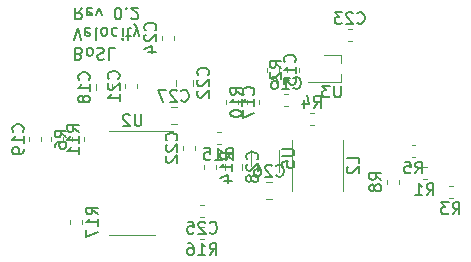
<source format=gbr>
G04 #@! TF.GenerationSoftware,KiCad,Pcbnew,(5.1.2)-2*
G04 #@! TF.CreationDate,2020-05-20T23:18:15+10:00*
G04 #@! TF.ProjectId,Heterodyne,48657465-726f-4647-996e-652e6b696361,rev?*
G04 #@! TF.SameCoordinates,Original*
G04 #@! TF.FileFunction,Legend,Bot*
G04 #@! TF.FilePolarity,Positive*
%FSLAX46Y46*%
G04 Gerber Fmt 4.6, Leading zero omitted, Abs format (unit mm)*
G04 Created by KiCad (PCBNEW (5.1.2)-2) date 2020-05-20 23:18:15*
%MOMM*%
%LPD*%
G04 APERTURE LIST*
%ADD10C,0.200000*%
%ADD11C,0.120000*%
%ADD12C,0.150000*%
G04 APERTURE END LIST*
D10*
X108201428Y-51671428D02*
X108344285Y-51623809D01*
X108391904Y-51576190D01*
X108439523Y-51480952D01*
X108439523Y-51338095D01*
X108391904Y-51242857D01*
X108344285Y-51195238D01*
X108249047Y-51147619D01*
X107868095Y-51147619D01*
X107868095Y-52147619D01*
X108201428Y-52147619D01*
X108296666Y-52100000D01*
X108344285Y-52052380D01*
X108391904Y-51957142D01*
X108391904Y-51861904D01*
X108344285Y-51766666D01*
X108296666Y-51719047D01*
X108201428Y-51671428D01*
X107868095Y-51671428D01*
X109010952Y-51147619D02*
X108915714Y-51195238D01*
X108868095Y-51242857D01*
X108820476Y-51338095D01*
X108820476Y-51623809D01*
X108868095Y-51719047D01*
X108915714Y-51766666D01*
X109010952Y-51814285D01*
X109153809Y-51814285D01*
X109249047Y-51766666D01*
X109296666Y-51719047D01*
X109344285Y-51623809D01*
X109344285Y-51338095D01*
X109296666Y-51242857D01*
X109249047Y-51195238D01*
X109153809Y-51147619D01*
X109010952Y-51147619D01*
X109725238Y-51195238D02*
X109868095Y-51147619D01*
X110106190Y-51147619D01*
X110201428Y-51195238D01*
X110249047Y-51242857D01*
X110296666Y-51338095D01*
X110296666Y-51433333D01*
X110249047Y-51528571D01*
X110201428Y-51576190D01*
X110106190Y-51623809D01*
X109915714Y-51671428D01*
X109820476Y-51719047D01*
X109772857Y-51766666D01*
X109725238Y-51861904D01*
X109725238Y-51957142D01*
X109772857Y-52052380D01*
X109820476Y-52100000D01*
X109915714Y-52147619D01*
X110153809Y-52147619D01*
X110296666Y-52100000D01*
X111201428Y-51147619D02*
X110725238Y-51147619D01*
X110725238Y-52147619D01*
X107725238Y-50447619D02*
X108058571Y-49447619D01*
X108391904Y-50447619D01*
X109106190Y-49495238D02*
X109010952Y-49447619D01*
X108820476Y-49447619D01*
X108725238Y-49495238D01*
X108677619Y-49590476D01*
X108677619Y-49971428D01*
X108725238Y-50066666D01*
X108820476Y-50114285D01*
X109010952Y-50114285D01*
X109106190Y-50066666D01*
X109153809Y-49971428D01*
X109153809Y-49876190D01*
X108677619Y-49780952D01*
X109725238Y-49447619D02*
X109630000Y-49495238D01*
X109582380Y-49590476D01*
X109582380Y-50447619D01*
X110249047Y-49447619D02*
X110153809Y-49495238D01*
X110106190Y-49542857D01*
X110058571Y-49638095D01*
X110058571Y-49923809D01*
X110106190Y-50019047D01*
X110153809Y-50066666D01*
X110249047Y-50114285D01*
X110391904Y-50114285D01*
X110487142Y-50066666D01*
X110534761Y-50019047D01*
X110582380Y-49923809D01*
X110582380Y-49638095D01*
X110534761Y-49542857D01*
X110487142Y-49495238D01*
X110391904Y-49447619D01*
X110249047Y-49447619D01*
X111439523Y-49495238D02*
X111344285Y-49447619D01*
X111153809Y-49447619D01*
X111058571Y-49495238D01*
X111010952Y-49542857D01*
X110963333Y-49638095D01*
X110963333Y-49923809D01*
X111010952Y-50019047D01*
X111058571Y-50066666D01*
X111153809Y-50114285D01*
X111344285Y-50114285D01*
X111439523Y-50066666D01*
X111868095Y-49447619D02*
X111868095Y-50114285D01*
X111868095Y-50447619D02*
X111820476Y-50400000D01*
X111868095Y-50352380D01*
X111915714Y-50400000D01*
X111868095Y-50447619D01*
X111868095Y-50352380D01*
X112201428Y-50114285D02*
X112582380Y-50114285D01*
X112344285Y-50447619D02*
X112344285Y-49590476D01*
X112391904Y-49495238D01*
X112487142Y-49447619D01*
X112582380Y-49447619D01*
X112820476Y-50114285D02*
X113058571Y-49447619D01*
X113296666Y-50114285D02*
X113058571Y-49447619D01*
X112963333Y-49209523D01*
X112915714Y-49161904D01*
X112820476Y-49114285D01*
X108439523Y-47747619D02*
X108106190Y-48223809D01*
X107868095Y-47747619D02*
X107868095Y-48747619D01*
X108249047Y-48747619D01*
X108344285Y-48700000D01*
X108391904Y-48652380D01*
X108439523Y-48557142D01*
X108439523Y-48414285D01*
X108391904Y-48319047D01*
X108344285Y-48271428D01*
X108249047Y-48223809D01*
X107868095Y-48223809D01*
X109249047Y-47795238D02*
X109153809Y-47747619D01*
X108963333Y-47747619D01*
X108868095Y-47795238D01*
X108820476Y-47890476D01*
X108820476Y-48271428D01*
X108868095Y-48366666D01*
X108963333Y-48414285D01*
X109153809Y-48414285D01*
X109249047Y-48366666D01*
X109296666Y-48271428D01*
X109296666Y-48176190D01*
X108820476Y-48080952D01*
X109630000Y-48414285D02*
X109868095Y-47747619D01*
X110106190Y-48414285D01*
X111439523Y-48747619D02*
X111534761Y-48747619D01*
X111630000Y-48700000D01*
X111677619Y-48652380D01*
X111725238Y-48557142D01*
X111772857Y-48366666D01*
X111772857Y-48128571D01*
X111725238Y-47938095D01*
X111677619Y-47842857D01*
X111630000Y-47795238D01*
X111534761Y-47747619D01*
X111439523Y-47747619D01*
X111344285Y-47795238D01*
X111296666Y-47842857D01*
X111249047Y-47938095D01*
X111201428Y-48128571D01*
X111201428Y-48366666D01*
X111249047Y-48557142D01*
X111296666Y-48652380D01*
X111344285Y-48700000D01*
X111439523Y-48747619D01*
X112201428Y-47842857D02*
X112249047Y-47795238D01*
X112201428Y-47747619D01*
X112153809Y-47795238D01*
X112201428Y-47842857D01*
X112201428Y-47747619D01*
X112630000Y-48652380D02*
X112677619Y-48700000D01*
X112772857Y-48747619D01*
X113010952Y-48747619D01*
X113106190Y-48700000D01*
X113153809Y-48652380D01*
X113201428Y-48557142D01*
X113201428Y-48461904D01*
X113153809Y-48319047D01*
X112582380Y-47747619D01*
X113201428Y-47747619D01*
D11*
X131262779Y-50610000D02*
X130937221Y-50610000D01*
X131262779Y-49590000D02*
X130937221Y-49590000D01*
X118437221Y-64490000D02*
X118762779Y-64490000D01*
X118437221Y-65510000D02*
X118762779Y-65510000D01*
X116210000Y-50137221D02*
X116210000Y-50462779D01*
X115190000Y-50137221D02*
X115190000Y-50462779D01*
X116458578Y-57610000D02*
X115941422Y-57610000D01*
X116458578Y-56190000D02*
X115941422Y-56190000D01*
X113110000Y-54228733D02*
X113110000Y-54571267D01*
X112090000Y-54228733D02*
X112090000Y-54571267D01*
X135260000Y-62328733D02*
X135260000Y-62671267D01*
X134240000Y-62328733D02*
X134240000Y-62671267D01*
X130554000Y-63254000D02*
X130554000Y-58946000D01*
X126246000Y-58946000D02*
X126246000Y-63254000D01*
X122790000Y-61200000D02*
X122790000Y-59800000D01*
X125110000Y-59800000D02*
X125110000Y-61700000D01*
X112700000Y-58165000D02*
X116150000Y-58165000D01*
X112700000Y-58165000D02*
X110750000Y-58165000D01*
X112700000Y-67035000D02*
X114650000Y-67035000D01*
X112700000Y-67035000D02*
X110750000Y-67035000D01*
X107390000Y-66071267D02*
X107390000Y-65728733D01*
X108410000Y-66071267D02*
X108410000Y-65728733D01*
X118428733Y-66290000D02*
X118771267Y-66290000D01*
X118428733Y-67310000D02*
X118771267Y-67310000D01*
X119828733Y-58240000D02*
X120171267Y-58240000D01*
X119828733Y-59260000D02*
X120171267Y-59260000D01*
X118740000Y-61421267D02*
X118740000Y-61078733D01*
X119760000Y-61421267D02*
X119760000Y-61078733D01*
X128071267Y-57710000D02*
X127728733Y-57710000D01*
X128071267Y-56690000D02*
X127728733Y-56690000D01*
X139478733Y-62840000D02*
X139821267Y-62840000D01*
X139478733Y-63860000D02*
X139821267Y-63860000D01*
X137278733Y-61240000D02*
X137621267Y-61240000D01*
X137278733Y-62260000D02*
X137621267Y-62260000D01*
X120540000Y-61508578D02*
X120540000Y-60991422D01*
X121960000Y-61508578D02*
X121960000Y-60991422D01*
X118010000Y-59453733D02*
X118010000Y-59796267D01*
X116990000Y-59453733D02*
X116990000Y-59796267D01*
X128925000Y-51740000D02*
X130335000Y-51740000D01*
X130335000Y-54060000D02*
X127600000Y-54060000D01*
X130335000Y-54070000D02*
X130335000Y-53400000D01*
X130335000Y-52400000D02*
X130335000Y-51740000D01*
X105790000Y-59071267D02*
X105790000Y-58728733D01*
X106810000Y-59071267D02*
X106810000Y-58728733D01*
X123460000Y-55578733D02*
X123460000Y-55921267D01*
X122440000Y-55578733D02*
X122440000Y-55921267D01*
X108610000Y-58728733D02*
X108610000Y-59071267D01*
X107590000Y-58728733D02*
X107590000Y-59071267D01*
X136337221Y-59390000D02*
X136662779Y-59390000D01*
X136337221Y-60410000D02*
X136662779Y-60410000D01*
X126810000Y-52828733D02*
X126810000Y-53171267D01*
X125790000Y-52828733D02*
X125790000Y-53171267D01*
X116390000Y-54358578D02*
X116390000Y-53841422D01*
X117810000Y-54358578D02*
X117810000Y-53841422D01*
X124508578Y-63960000D02*
X123991422Y-63960000D01*
X124508578Y-62540000D02*
X123991422Y-62540000D01*
X105010000Y-58728733D02*
X105010000Y-59071267D01*
X103990000Y-58728733D02*
X103990000Y-59071267D01*
X124140000Y-53171267D02*
X124140000Y-52828733D01*
X125160000Y-53171267D02*
X125160000Y-52828733D01*
X111010000Y-54241422D02*
X111010000Y-54758578D01*
X109590000Y-54241422D02*
X109590000Y-54758578D01*
X125871267Y-56110000D02*
X125528733Y-56110000D01*
X125871267Y-55090000D02*
X125528733Y-55090000D01*
X120640000Y-55921267D02*
X120640000Y-55578733D01*
X121660000Y-55921267D02*
X121660000Y-55578733D01*
D12*
X131742857Y-49027142D02*
X131790476Y-49074761D01*
X131933333Y-49122380D01*
X132028571Y-49122380D01*
X132171428Y-49074761D01*
X132266666Y-48979523D01*
X132314285Y-48884285D01*
X132361904Y-48693809D01*
X132361904Y-48550952D01*
X132314285Y-48360476D01*
X132266666Y-48265238D01*
X132171428Y-48170000D01*
X132028571Y-48122380D01*
X131933333Y-48122380D01*
X131790476Y-48170000D01*
X131742857Y-48217619D01*
X131361904Y-48217619D02*
X131314285Y-48170000D01*
X131219047Y-48122380D01*
X130980952Y-48122380D01*
X130885714Y-48170000D01*
X130838095Y-48217619D01*
X130790476Y-48312857D01*
X130790476Y-48408095D01*
X130838095Y-48550952D01*
X131409523Y-49122380D01*
X130790476Y-49122380D01*
X130457142Y-48122380D02*
X129838095Y-48122380D01*
X130171428Y-48503333D01*
X130028571Y-48503333D01*
X129933333Y-48550952D01*
X129885714Y-48598571D01*
X129838095Y-48693809D01*
X129838095Y-48931904D01*
X129885714Y-49027142D01*
X129933333Y-49074761D01*
X130028571Y-49122380D01*
X130314285Y-49122380D01*
X130409523Y-49074761D01*
X130457142Y-49027142D01*
X119242857Y-66787142D02*
X119290476Y-66834761D01*
X119433333Y-66882380D01*
X119528571Y-66882380D01*
X119671428Y-66834761D01*
X119766666Y-66739523D01*
X119814285Y-66644285D01*
X119861904Y-66453809D01*
X119861904Y-66310952D01*
X119814285Y-66120476D01*
X119766666Y-66025238D01*
X119671428Y-65930000D01*
X119528571Y-65882380D01*
X119433333Y-65882380D01*
X119290476Y-65930000D01*
X119242857Y-65977619D01*
X118861904Y-65977619D02*
X118814285Y-65930000D01*
X118719047Y-65882380D01*
X118480952Y-65882380D01*
X118385714Y-65930000D01*
X118338095Y-65977619D01*
X118290476Y-66072857D01*
X118290476Y-66168095D01*
X118338095Y-66310952D01*
X118909523Y-66882380D01*
X118290476Y-66882380D01*
X117385714Y-65882380D02*
X117861904Y-65882380D01*
X117909523Y-66358571D01*
X117861904Y-66310952D01*
X117766666Y-66263333D01*
X117528571Y-66263333D01*
X117433333Y-66310952D01*
X117385714Y-66358571D01*
X117338095Y-66453809D01*
X117338095Y-66691904D01*
X117385714Y-66787142D01*
X117433333Y-66834761D01*
X117528571Y-66882380D01*
X117766666Y-66882380D01*
X117861904Y-66834761D01*
X117909523Y-66787142D01*
X114627142Y-49657142D02*
X114674761Y-49609523D01*
X114722380Y-49466666D01*
X114722380Y-49371428D01*
X114674761Y-49228571D01*
X114579523Y-49133333D01*
X114484285Y-49085714D01*
X114293809Y-49038095D01*
X114150952Y-49038095D01*
X113960476Y-49085714D01*
X113865238Y-49133333D01*
X113770000Y-49228571D01*
X113722380Y-49371428D01*
X113722380Y-49466666D01*
X113770000Y-49609523D01*
X113817619Y-49657142D01*
X113817619Y-50038095D02*
X113770000Y-50085714D01*
X113722380Y-50180952D01*
X113722380Y-50419047D01*
X113770000Y-50514285D01*
X113817619Y-50561904D01*
X113912857Y-50609523D01*
X114008095Y-50609523D01*
X114150952Y-50561904D01*
X114722380Y-49990476D01*
X114722380Y-50609523D01*
X114055714Y-51466666D02*
X114722380Y-51466666D01*
X113674761Y-51228571D02*
X114389047Y-50990476D01*
X114389047Y-51609523D01*
X116842857Y-55607142D02*
X116890476Y-55654761D01*
X117033333Y-55702380D01*
X117128571Y-55702380D01*
X117271428Y-55654761D01*
X117366666Y-55559523D01*
X117414285Y-55464285D01*
X117461904Y-55273809D01*
X117461904Y-55130952D01*
X117414285Y-54940476D01*
X117366666Y-54845238D01*
X117271428Y-54750000D01*
X117128571Y-54702380D01*
X117033333Y-54702380D01*
X116890476Y-54750000D01*
X116842857Y-54797619D01*
X116461904Y-54797619D02*
X116414285Y-54750000D01*
X116319047Y-54702380D01*
X116080952Y-54702380D01*
X115985714Y-54750000D01*
X115938095Y-54797619D01*
X115890476Y-54892857D01*
X115890476Y-54988095D01*
X115938095Y-55130952D01*
X116509523Y-55702380D01*
X115890476Y-55702380D01*
X115557142Y-54702380D02*
X114890476Y-54702380D01*
X115319047Y-55702380D01*
X111527142Y-53757142D02*
X111574761Y-53709523D01*
X111622380Y-53566666D01*
X111622380Y-53471428D01*
X111574761Y-53328571D01*
X111479523Y-53233333D01*
X111384285Y-53185714D01*
X111193809Y-53138095D01*
X111050952Y-53138095D01*
X110860476Y-53185714D01*
X110765238Y-53233333D01*
X110670000Y-53328571D01*
X110622380Y-53471428D01*
X110622380Y-53566666D01*
X110670000Y-53709523D01*
X110717619Y-53757142D01*
X110717619Y-54138095D02*
X110670000Y-54185714D01*
X110622380Y-54280952D01*
X110622380Y-54519047D01*
X110670000Y-54614285D01*
X110717619Y-54661904D01*
X110812857Y-54709523D01*
X110908095Y-54709523D01*
X111050952Y-54661904D01*
X111622380Y-54090476D01*
X111622380Y-54709523D01*
X111622380Y-55661904D02*
X111622380Y-55090476D01*
X111622380Y-55376190D02*
X110622380Y-55376190D01*
X110765238Y-55280952D01*
X110860476Y-55185714D01*
X110908095Y-55090476D01*
X133772380Y-62333333D02*
X133296190Y-62000000D01*
X133772380Y-61761904D02*
X132772380Y-61761904D01*
X132772380Y-62142857D01*
X132820000Y-62238095D01*
X132867619Y-62285714D01*
X132962857Y-62333333D01*
X133105714Y-62333333D01*
X133200952Y-62285714D01*
X133248571Y-62238095D01*
X133296190Y-62142857D01*
X133296190Y-61761904D01*
X133200952Y-62904761D02*
X133153333Y-62809523D01*
X133105714Y-62761904D01*
X133010476Y-62714285D01*
X132962857Y-62714285D01*
X132867619Y-62761904D01*
X132820000Y-62809523D01*
X132772380Y-62904761D01*
X132772380Y-63095238D01*
X132820000Y-63190476D01*
X132867619Y-63238095D01*
X132962857Y-63285714D01*
X133010476Y-63285714D01*
X133105714Y-63238095D01*
X133153333Y-63190476D01*
X133200952Y-63095238D01*
X133200952Y-62904761D01*
X133248571Y-62809523D01*
X133296190Y-62761904D01*
X133391428Y-62714285D01*
X133581904Y-62714285D01*
X133677142Y-62761904D01*
X133724761Y-62809523D01*
X133772380Y-62904761D01*
X133772380Y-63095238D01*
X133724761Y-63190476D01*
X133677142Y-63238095D01*
X133581904Y-63285714D01*
X133391428Y-63285714D01*
X133296190Y-63238095D01*
X133248571Y-63190476D01*
X133200952Y-63095238D01*
X131852380Y-60933333D02*
X131852380Y-60457142D01*
X130852380Y-60457142D01*
X130947619Y-61219047D02*
X130900000Y-61266666D01*
X130852380Y-61361904D01*
X130852380Y-61600000D01*
X130900000Y-61695238D01*
X130947619Y-61742857D01*
X131042857Y-61790476D01*
X131138095Y-61790476D01*
X131280952Y-61742857D01*
X131852380Y-61171428D01*
X131852380Y-61790476D01*
X125402380Y-59738095D02*
X126211904Y-59738095D01*
X126307142Y-59785714D01*
X126354761Y-59833333D01*
X126402380Y-59928571D01*
X126402380Y-60119047D01*
X126354761Y-60214285D01*
X126307142Y-60261904D01*
X126211904Y-60309523D01*
X125402380Y-60309523D01*
X125402380Y-61261904D02*
X125402380Y-60785714D01*
X125878571Y-60738095D01*
X125830952Y-60785714D01*
X125783333Y-60880952D01*
X125783333Y-61119047D01*
X125830952Y-61214285D01*
X125878571Y-61261904D01*
X125973809Y-61309523D01*
X126211904Y-61309523D01*
X126307142Y-61261904D01*
X126354761Y-61214285D01*
X126402380Y-61119047D01*
X126402380Y-60880952D01*
X126354761Y-60785714D01*
X126307142Y-60738095D01*
X113461904Y-56772380D02*
X113461904Y-57581904D01*
X113414285Y-57677142D01*
X113366666Y-57724761D01*
X113271428Y-57772380D01*
X113080952Y-57772380D01*
X112985714Y-57724761D01*
X112938095Y-57677142D01*
X112890476Y-57581904D01*
X112890476Y-56772380D01*
X112461904Y-56867619D02*
X112414285Y-56820000D01*
X112319047Y-56772380D01*
X112080952Y-56772380D01*
X111985714Y-56820000D01*
X111938095Y-56867619D01*
X111890476Y-56962857D01*
X111890476Y-57058095D01*
X111938095Y-57200952D01*
X112509523Y-57772380D01*
X111890476Y-57772380D01*
X109782380Y-65257142D02*
X109306190Y-64923809D01*
X109782380Y-64685714D02*
X108782380Y-64685714D01*
X108782380Y-65066666D01*
X108830000Y-65161904D01*
X108877619Y-65209523D01*
X108972857Y-65257142D01*
X109115714Y-65257142D01*
X109210952Y-65209523D01*
X109258571Y-65161904D01*
X109306190Y-65066666D01*
X109306190Y-64685714D01*
X109782380Y-66209523D02*
X109782380Y-65638095D01*
X109782380Y-65923809D02*
X108782380Y-65923809D01*
X108925238Y-65828571D01*
X109020476Y-65733333D01*
X109068095Y-65638095D01*
X108782380Y-66542857D02*
X108782380Y-67209523D01*
X109782380Y-66780952D01*
X119242857Y-68682380D02*
X119576190Y-68206190D01*
X119814285Y-68682380D02*
X119814285Y-67682380D01*
X119433333Y-67682380D01*
X119338095Y-67730000D01*
X119290476Y-67777619D01*
X119242857Y-67872857D01*
X119242857Y-68015714D01*
X119290476Y-68110952D01*
X119338095Y-68158571D01*
X119433333Y-68206190D01*
X119814285Y-68206190D01*
X118290476Y-68682380D02*
X118861904Y-68682380D01*
X118576190Y-68682380D02*
X118576190Y-67682380D01*
X118671428Y-67825238D01*
X118766666Y-67920476D01*
X118861904Y-67968095D01*
X117433333Y-67682380D02*
X117623809Y-67682380D01*
X117719047Y-67730000D01*
X117766666Y-67777619D01*
X117861904Y-67920476D01*
X117909523Y-68110952D01*
X117909523Y-68491904D01*
X117861904Y-68587142D01*
X117814285Y-68634761D01*
X117719047Y-68682380D01*
X117528571Y-68682380D01*
X117433333Y-68634761D01*
X117385714Y-68587142D01*
X117338095Y-68491904D01*
X117338095Y-68253809D01*
X117385714Y-68158571D01*
X117433333Y-68110952D01*
X117528571Y-68063333D01*
X117719047Y-68063333D01*
X117814285Y-68110952D01*
X117861904Y-68158571D01*
X117909523Y-68253809D01*
X120642857Y-60632380D02*
X120976190Y-60156190D01*
X121214285Y-60632380D02*
X121214285Y-59632380D01*
X120833333Y-59632380D01*
X120738095Y-59680000D01*
X120690476Y-59727619D01*
X120642857Y-59822857D01*
X120642857Y-59965714D01*
X120690476Y-60060952D01*
X120738095Y-60108571D01*
X120833333Y-60156190D01*
X121214285Y-60156190D01*
X119690476Y-60632380D02*
X120261904Y-60632380D01*
X119976190Y-60632380D02*
X119976190Y-59632380D01*
X120071428Y-59775238D01*
X120166666Y-59870476D01*
X120261904Y-59918095D01*
X118785714Y-59632380D02*
X119261904Y-59632380D01*
X119309523Y-60108571D01*
X119261904Y-60060952D01*
X119166666Y-60013333D01*
X118928571Y-60013333D01*
X118833333Y-60060952D01*
X118785714Y-60108571D01*
X118738095Y-60203809D01*
X118738095Y-60441904D01*
X118785714Y-60537142D01*
X118833333Y-60584761D01*
X118928571Y-60632380D01*
X119166666Y-60632380D01*
X119261904Y-60584761D01*
X119309523Y-60537142D01*
X121132380Y-60607142D02*
X120656190Y-60273809D01*
X121132380Y-60035714D02*
X120132380Y-60035714D01*
X120132380Y-60416666D01*
X120180000Y-60511904D01*
X120227619Y-60559523D01*
X120322857Y-60607142D01*
X120465714Y-60607142D01*
X120560952Y-60559523D01*
X120608571Y-60511904D01*
X120656190Y-60416666D01*
X120656190Y-60035714D01*
X121132380Y-61559523D02*
X121132380Y-60988095D01*
X121132380Y-61273809D02*
X120132380Y-61273809D01*
X120275238Y-61178571D01*
X120370476Y-61083333D01*
X120418095Y-60988095D01*
X120465714Y-62416666D02*
X121132380Y-62416666D01*
X120084761Y-62178571D02*
X120799047Y-61940476D01*
X120799047Y-62559523D01*
X128066666Y-56222380D02*
X128400000Y-55746190D01*
X128638095Y-56222380D02*
X128638095Y-55222380D01*
X128257142Y-55222380D01*
X128161904Y-55270000D01*
X128114285Y-55317619D01*
X128066666Y-55412857D01*
X128066666Y-55555714D01*
X128114285Y-55650952D01*
X128161904Y-55698571D01*
X128257142Y-55746190D01*
X128638095Y-55746190D01*
X127209523Y-55555714D02*
X127209523Y-56222380D01*
X127447619Y-55174761D02*
X127685714Y-55889047D01*
X127066666Y-55889047D01*
X139816666Y-65232380D02*
X140150000Y-64756190D01*
X140388095Y-65232380D02*
X140388095Y-64232380D01*
X140007142Y-64232380D01*
X139911904Y-64280000D01*
X139864285Y-64327619D01*
X139816666Y-64422857D01*
X139816666Y-64565714D01*
X139864285Y-64660952D01*
X139911904Y-64708571D01*
X140007142Y-64756190D01*
X140388095Y-64756190D01*
X139483333Y-64232380D02*
X138864285Y-64232380D01*
X139197619Y-64613333D01*
X139054761Y-64613333D01*
X138959523Y-64660952D01*
X138911904Y-64708571D01*
X138864285Y-64803809D01*
X138864285Y-65041904D01*
X138911904Y-65137142D01*
X138959523Y-65184761D01*
X139054761Y-65232380D01*
X139340476Y-65232380D01*
X139435714Y-65184761D01*
X139483333Y-65137142D01*
X137616666Y-63632380D02*
X137950000Y-63156190D01*
X138188095Y-63632380D02*
X138188095Y-62632380D01*
X137807142Y-62632380D01*
X137711904Y-62680000D01*
X137664285Y-62727619D01*
X137616666Y-62822857D01*
X137616666Y-62965714D01*
X137664285Y-63060952D01*
X137711904Y-63108571D01*
X137807142Y-63156190D01*
X138188095Y-63156190D01*
X136664285Y-63632380D02*
X137235714Y-63632380D01*
X136950000Y-63632380D02*
X136950000Y-62632380D01*
X137045238Y-62775238D01*
X137140476Y-62870476D01*
X137235714Y-62918095D01*
X123257142Y-60607142D02*
X123304761Y-60559523D01*
X123352380Y-60416666D01*
X123352380Y-60321428D01*
X123304761Y-60178571D01*
X123209523Y-60083333D01*
X123114285Y-60035714D01*
X122923809Y-59988095D01*
X122780952Y-59988095D01*
X122590476Y-60035714D01*
X122495238Y-60083333D01*
X122400000Y-60178571D01*
X122352380Y-60321428D01*
X122352380Y-60416666D01*
X122400000Y-60559523D01*
X122447619Y-60607142D01*
X122447619Y-60988095D02*
X122400000Y-61035714D01*
X122352380Y-61130952D01*
X122352380Y-61369047D01*
X122400000Y-61464285D01*
X122447619Y-61511904D01*
X122542857Y-61559523D01*
X122638095Y-61559523D01*
X122780952Y-61511904D01*
X123352380Y-60940476D01*
X123352380Y-61559523D01*
X122780952Y-62130952D02*
X122733333Y-62035714D01*
X122685714Y-61988095D01*
X122590476Y-61940476D01*
X122542857Y-61940476D01*
X122447619Y-61988095D01*
X122400000Y-62035714D01*
X122352380Y-62130952D01*
X122352380Y-62321428D01*
X122400000Y-62416666D01*
X122447619Y-62464285D01*
X122542857Y-62511904D01*
X122590476Y-62511904D01*
X122685714Y-62464285D01*
X122733333Y-62416666D01*
X122780952Y-62321428D01*
X122780952Y-62130952D01*
X122828571Y-62035714D01*
X122876190Y-61988095D01*
X122971428Y-61940476D01*
X123161904Y-61940476D01*
X123257142Y-61988095D01*
X123304761Y-62035714D01*
X123352380Y-62130952D01*
X123352380Y-62321428D01*
X123304761Y-62416666D01*
X123257142Y-62464285D01*
X123161904Y-62511904D01*
X122971428Y-62511904D01*
X122876190Y-62464285D01*
X122828571Y-62416666D01*
X122780952Y-62321428D01*
X116427142Y-58982142D02*
X116474761Y-58934523D01*
X116522380Y-58791666D01*
X116522380Y-58696428D01*
X116474761Y-58553571D01*
X116379523Y-58458333D01*
X116284285Y-58410714D01*
X116093809Y-58363095D01*
X115950952Y-58363095D01*
X115760476Y-58410714D01*
X115665238Y-58458333D01*
X115570000Y-58553571D01*
X115522380Y-58696428D01*
X115522380Y-58791666D01*
X115570000Y-58934523D01*
X115617619Y-58982142D01*
X115617619Y-59363095D02*
X115570000Y-59410714D01*
X115522380Y-59505952D01*
X115522380Y-59744047D01*
X115570000Y-59839285D01*
X115617619Y-59886904D01*
X115712857Y-59934523D01*
X115808095Y-59934523D01*
X115950952Y-59886904D01*
X116522380Y-59315476D01*
X116522380Y-59934523D01*
X115617619Y-60315476D02*
X115570000Y-60363095D01*
X115522380Y-60458333D01*
X115522380Y-60696428D01*
X115570000Y-60791666D01*
X115617619Y-60839285D01*
X115712857Y-60886904D01*
X115808095Y-60886904D01*
X115950952Y-60839285D01*
X116522380Y-60267857D01*
X116522380Y-60886904D01*
X130361904Y-54352380D02*
X130361904Y-55161904D01*
X130314285Y-55257142D01*
X130266666Y-55304761D01*
X130171428Y-55352380D01*
X129980952Y-55352380D01*
X129885714Y-55304761D01*
X129838095Y-55257142D01*
X129790476Y-55161904D01*
X129790476Y-54352380D01*
X129409523Y-54352380D02*
X128790476Y-54352380D01*
X129123809Y-54733333D01*
X128980952Y-54733333D01*
X128885714Y-54780952D01*
X128838095Y-54828571D01*
X128790476Y-54923809D01*
X128790476Y-55161904D01*
X128838095Y-55257142D01*
X128885714Y-55304761D01*
X128980952Y-55352380D01*
X129266666Y-55352380D01*
X129361904Y-55304761D01*
X129409523Y-55257142D01*
X108182380Y-58257142D02*
X107706190Y-57923809D01*
X108182380Y-57685714D02*
X107182380Y-57685714D01*
X107182380Y-58066666D01*
X107230000Y-58161904D01*
X107277619Y-58209523D01*
X107372857Y-58257142D01*
X107515714Y-58257142D01*
X107610952Y-58209523D01*
X107658571Y-58161904D01*
X107706190Y-58066666D01*
X107706190Y-57685714D01*
X108182380Y-59209523D02*
X108182380Y-58638095D01*
X108182380Y-58923809D02*
X107182380Y-58923809D01*
X107325238Y-58828571D01*
X107420476Y-58733333D01*
X107468095Y-58638095D01*
X108182380Y-60161904D02*
X108182380Y-59590476D01*
X108182380Y-59876190D02*
X107182380Y-59876190D01*
X107325238Y-59780952D01*
X107420476Y-59685714D01*
X107468095Y-59590476D01*
X121972380Y-55107142D02*
X121496190Y-54773809D01*
X121972380Y-54535714D02*
X120972380Y-54535714D01*
X120972380Y-54916666D01*
X121020000Y-55011904D01*
X121067619Y-55059523D01*
X121162857Y-55107142D01*
X121305714Y-55107142D01*
X121400952Y-55059523D01*
X121448571Y-55011904D01*
X121496190Y-54916666D01*
X121496190Y-54535714D01*
X121972380Y-56059523D02*
X121972380Y-55488095D01*
X121972380Y-55773809D02*
X120972380Y-55773809D01*
X121115238Y-55678571D01*
X121210476Y-55583333D01*
X121258095Y-55488095D01*
X120972380Y-56678571D02*
X120972380Y-56773809D01*
X121020000Y-56869047D01*
X121067619Y-56916666D01*
X121162857Y-56964285D01*
X121353333Y-57011904D01*
X121591428Y-57011904D01*
X121781904Y-56964285D01*
X121877142Y-56916666D01*
X121924761Y-56869047D01*
X121972380Y-56773809D01*
X121972380Y-56678571D01*
X121924761Y-56583333D01*
X121877142Y-56535714D01*
X121781904Y-56488095D01*
X121591428Y-56440476D01*
X121353333Y-56440476D01*
X121162857Y-56488095D01*
X121067619Y-56535714D01*
X121020000Y-56583333D01*
X120972380Y-56678571D01*
X107122380Y-58733333D02*
X106646190Y-58400000D01*
X107122380Y-58161904D02*
X106122380Y-58161904D01*
X106122380Y-58542857D01*
X106170000Y-58638095D01*
X106217619Y-58685714D01*
X106312857Y-58733333D01*
X106455714Y-58733333D01*
X106550952Y-58685714D01*
X106598571Y-58638095D01*
X106646190Y-58542857D01*
X106646190Y-58161904D01*
X106122380Y-59590476D02*
X106122380Y-59400000D01*
X106170000Y-59304761D01*
X106217619Y-59257142D01*
X106360476Y-59161904D01*
X106550952Y-59114285D01*
X106931904Y-59114285D01*
X107027142Y-59161904D01*
X107074761Y-59209523D01*
X107122380Y-59304761D01*
X107122380Y-59495238D01*
X107074761Y-59590476D01*
X107027142Y-59638095D01*
X106931904Y-59685714D01*
X106693809Y-59685714D01*
X106598571Y-59638095D01*
X106550952Y-59590476D01*
X106503333Y-59495238D01*
X106503333Y-59304761D01*
X106550952Y-59209523D01*
X106598571Y-59161904D01*
X106693809Y-59114285D01*
X136666666Y-61782380D02*
X137000000Y-61306190D01*
X137238095Y-61782380D02*
X137238095Y-60782380D01*
X136857142Y-60782380D01*
X136761904Y-60830000D01*
X136714285Y-60877619D01*
X136666666Y-60972857D01*
X136666666Y-61115714D01*
X136714285Y-61210952D01*
X136761904Y-61258571D01*
X136857142Y-61306190D01*
X137238095Y-61306190D01*
X135761904Y-60782380D02*
X136238095Y-60782380D01*
X136285714Y-61258571D01*
X136238095Y-61210952D01*
X136142857Y-61163333D01*
X135904761Y-61163333D01*
X135809523Y-61210952D01*
X135761904Y-61258571D01*
X135714285Y-61353809D01*
X135714285Y-61591904D01*
X135761904Y-61687142D01*
X135809523Y-61734761D01*
X135904761Y-61782380D01*
X136142857Y-61782380D01*
X136238095Y-61734761D01*
X136285714Y-61687142D01*
X125322380Y-52833333D02*
X124846190Y-52500000D01*
X125322380Y-52261904D02*
X124322380Y-52261904D01*
X124322380Y-52642857D01*
X124370000Y-52738095D01*
X124417619Y-52785714D01*
X124512857Y-52833333D01*
X124655714Y-52833333D01*
X124750952Y-52785714D01*
X124798571Y-52738095D01*
X124846190Y-52642857D01*
X124846190Y-52261904D01*
X124417619Y-53214285D02*
X124370000Y-53261904D01*
X124322380Y-53357142D01*
X124322380Y-53595238D01*
X124370000Y-53690476D01*
X124417619Y-53738095D01*
X124512857Y-53785714D01*
X124608095Y-53785714D01*
X124750952Y-53738095D01*
X125322380Y-53166666D01*
X125322380Y-53785714D01*
X119107142Y-53457142D02*
X119154761Y-53409523D01*
X119202380Y-53266666D01*
X119202380Y-53171428D01*
X119154761Y-53028571D01*
X119059523Y-52933333D01*
X118964285Y-52885714D01*
X118773809Y-52838095D01*
X118630952Y-52838095D01*
X118440476Y-52885714D01*
X118345238Y-52933333D01*
X118250000Y-53028571D01*
X118202380Y-53171428D01*
X118202380Y-53266666D01*
X118250000Y-53409523D01*
X118297619Y-53457142D01*
X118297619Y-53838095D02*
X118250000Y-53885714D01*
X118202380Y-53980952D01*
X118202380Y-54219047D01*
X118250000Y-54314285D01*
X118297619Y-54361904D01*
X118392857Y-54409523D01*
X118488095Y-54409523D01*
X118630952Y-54361904D01*
X119202380Y-53790476D01*
X119202380Y-54409523D01*
X118297619Y-54790476D02*
X118250000Y-54838095D01*
X118202380Y-54933333D01*
X118202380Y-55171428D01*
X118250000Y-55266666D01*
X118297619Y-55314285D01*
X118392857Y-55361904D01*
X118488095Y-55361904D01*
X118630952Y-55314285D01*
X119202380Y-54742857D01*
X119202380Y-55361904D01*
X124892857Y-61957142D02*
X124940476Y-62004761D01*
X125083333Y-62052380D01*
X125178571Y-62052380D01*
X125321428Y-62004761D01*
X125416666Y-61909523D01*
X125464285Y-61814285D01*
X125511904Y-61623809D01*
X125511904Y-61480952D01*
X125464285Y-61290476D01*
X125416666Y-61195238D01*
X125321428Y-61100000D01*
X125178571Y-61052380D01*
X125083333Y-61052380D01*
X124940476Y-61100000D01*
X124892857Y-61147619D01*
X124511904Y-61147619D02*
X124464285Y-61100000D01*
X124369047Y-61052380D01*
X124130952Y-61052380D01*
X124035714Y-61100000D01*
X123988095Y-61147619D01*
X123940476Y-61242857D01*
X123940476Y-61338095D01*
X123988095Y-61480952D01*
X124559523Y-62052380D01*
X123940476Y-62052380D01*
X123083333Y-61052380D02*
X123273809Y-61052380D01*
X123369047Y-61100000D01*
X123416666Y-61147619D01*
X123511904Y-61290476D01*
X123559523Y-61480952D01*
X123559523Y-61861904D01*
X123511904Y-61957142D01*
X123464285Y-62004761D01*
X123369047Y-62052380D01*
X123178571Y-62052380D01*
X123083333Y-62004761D01*
X123035714Y-61957142D01*
X122988095Y-61861904D01*
X122988095Y-61623809D01*
X123035714Y-61528571D01*
X123083333Y-61480952D01*
X123178571Y-61433333D01*
X123369047Y-61433333D01*
X123464285Y-61480952D01*
X123511904Y-61528571D01*
X123559523Y-61623809D01*
X103427142Y-58257142D02*
X103474761Y-58209523D01*
X103522380Y-58066666D01*
X103522380Y-57971428D01*
X103474761Y-57828571D01*
X103379523Y-57733333D01*
X103284285Y-57685714D01*
X103093809Y-57638095D01*
X102950952Y-57638095D01*
X102760476Y-57685714D01*
X102665238Y-57733333D01*
X102570000Y-57828571D01*
X102522380Y-57971428D01*
X102522380Y-58066666D01*
X102570000Y-58209523D01*
X102617619Y-58257142D01*
X103522380Y-59209523D02*
X103522380Y-58638095D01*
X103522380Y-58923809D02*
X102522380Y-58923809D01*
X102665238Y-58828571D01*
X102760476Y-58733333D01*
X102808095Y-58638095D01*
X103522380Y-59685714D02*
X103522380Y-59876190D01*
X103474761Y-59971428D01*
X103427142Y-60019047D01*
X103284285Y-60114285D01*
X103093809Y-60161904D01*
X102712857Y-60161904D01*
X102617619Y-60114285D01*
X102570000Y-60066666D01*
X102522380Y-59971428D01*
X102522380Y-59780952D01*
X102570000Y-59685714D01*
X102617619Y-59638095D01*
X102712857Y-59590476D01*
X102950952Y-59590476D01*
X103046190Y-59638095D01*
X103093809Y-59685714D01*
X103141428Y-59780952D01*
X103141428Y-59971428D01*
X103093809Y-60066666D01*
X103046190Y-60114285D01*
X102950952Y-60161904D01*
X126437142Y-52357142D02*
X126484761Y-52309523D01*
X126532380Y-52166666D01*
X126532380Y-52071428D01*
X126484761Y-51928571D01*
X126389523Y-51833333D01*
X126294285Y-51785714D01*
X126103809Y-51738095D01*
X125960952Y-51738095D01*
X125770476Y-51785714D01*
X125675238Y-51833333D01*
X125580000Y-51928571D01*
X125532380Y-52071428D01*
X125532380Y-52166666D01*
X125580000Y-52309523D01*
X125627619Y-52357142D01*
X126532380Y-53309523D02*
X126532380Y-52738095D01*
X126532380Y-53023809D02*
X125532380Y-53023809D01*
X125675238Y-52928571D01*
X125770476Y-52833333D01*
X125818095Y-52738095D01*
X125532380Y-54214285D02*
X125532380Y-53738095D01*
X126008571Y-53690476D01*
X125960952Y-53738095D01*
X125913333Y-53833333D01*
X125913333Y-54071428D01*
X125960952Y-54166666D01*
X126008571Y-54214285D01*
X126103809Y-54261904D01*
X126341904Y-54261904D01*
X126437142Y-54214285D01*
X126484761Y-54166666D01*
X126532380Y-54071428D01*
X126532380Y-53833333D01*
X126484761Y-53738095D01*
X126437142Y-53690476D01*
X109007142Y-53857142D02*
X109054761Y-53809523D01*
X109102380Y-53666666D01*
X109102380Y-53571428D01*
X109054761Y-53428571D01*
X108959523Y-53333333D01*
X108864285Y-53285714D01*
X108673809Y-53238095D01*
X108530952Y-53238095D01*
X108340476Y-53285714D01*
X108245238Y-53333333D01*
X108150000Y-53428571D01*
X108102380Y-53571428D01*
X108102380Y-53666666D01*
X108150000Y-53809523D01*
X108197619Y-53857142D01*
X109102380Y-54809523D02*
X109102380Y-54238095D01*
X109102380Y-54523809D02*
X108102380Y-54523809D01*
X108245238Y-54428571D01*
X108340476Y-54333333D01*
X108388095Y-54238095D01*
X108530952Y-55380952D02*
X108483333Y-55285714D01*
X108435714Y-55238095D01*
X108340476Y-55190476D01*
X108292857Y-55190476D01*
X108197619Y-55238095D01*
X108150000Y-55285714D01*
X108102380Y-55380952D01*
X108102380Y-55571428D01*
X108150000Y-55666666D01*
X108197619Y-55714285D01*
X108292857Y-55761904D01*
X108340476Y-55761904D01*
X108435714Y-55714285D01*
X108483333Y-55666666D01*
X108530952Y-55571428D01*
X108530952Y-55380952D01*
X108578571Y-55285714D01*
X108626190Y-55238095D01*
X108721428Y-55190476D01*
X108911904Y-55190476D01*
X109007142Y-55238095D01*
X109054761Y-55285714D01*
X109102380Y-55380952D01*
X109102380Y-55571428D01*
X109054761Y-55666666D01*
X109007142Y-55714285D01*
X108911904Y-55761904D01*
X108721428Y-55761904D01*
X108626190Y-55714285D01*
X108578571Y-55666666D01*
X108530952Y-55571428D01*
X126342857Y-54527142D02*
X126390476Y-54574761D01*
X126533333Y-54622380D01*
X126628571Y-54622380D01*
X126771428Y-54574761D01*
X126866666Y-54479523D01*
X126914285Y-54384285D01*
X126961904Y-54193809D01*
X126961904Y-54050952D01*
X126914285Y-53860476D01*
X126866666Y-53765238D01*
X126771428Y-53670000D01*
X126628571Y-53622380D01*
X126533333Y-53622380D01*
X126390476Y-53670000D01*
X126342857Y-53717619D01*
X125390476Y-54622380D02*
X125961904Y-54622380D01*
X125676190Y-54622380D02*
X125676190Y-53622380D01*
X125771428Y-53765238D01*
X125866666Y-53860476D01*
X125961904Y-53908095D01*
X124533333Y-53622380D02*
X124723809Y-53622380D01*
X124819047Y-53670000D01*
X124866666Y-53717619D01*
X124961904Y-53860476D01*
X125009523Y-54050952D01*
X125009523Y-54431904D01*
X124961904Y-54527142D01*
X124914285Y-54574761D01*
X124819047Y-54622380D01*
X124628571Y-54622380D01*
X124533333Y-54574761D01*
X124485714Y-54527142D01*
X124438095Y-54431904D01*
X124438095Y-54193809D01*
X124485714Y-54098571D01*
X124533333Y-54050952D01*
X124628571Y-54003333D01*
X124819047Y-54003333D01*
X124914285Y-54050952D01*
X124961904Y-54098571D01*
X125009523Y-54193809D01*
X122937142Y-55107142D02*
X122984761Y-55059523D01*
X123032380Y-54916666D01*
X123032380Y-54821428D01*
X122984761Y-54678571D01*
X122889523Y-54583333D01*
X122794285Y-54535714D01*
X122603809Y-54488095D01*
X122460952Y-54488095D01*
X122270476Y-54535714D01*
X122175238Y-54583333D01*
X122080000Y-54678571D01*
X122032380Y-54821428D01*
X122032380Y-54916666D01*
X122080000Y-55059523D01*
X122127619Y-55107142D01*
X123032380Y-56059523D02*
X123032380Y-55488095D01*
X123032380Y-55773809D02*
X122032380Y-55773809D01*
X122175238Y-55678571D01*
X122270476Y-55583333D01*
X122318095Y-55488095D01*
X122032380Y-56392857D02*
X122032380Y-57059523D01*
X123032380Y-56630952D01*
M02*

</source>
